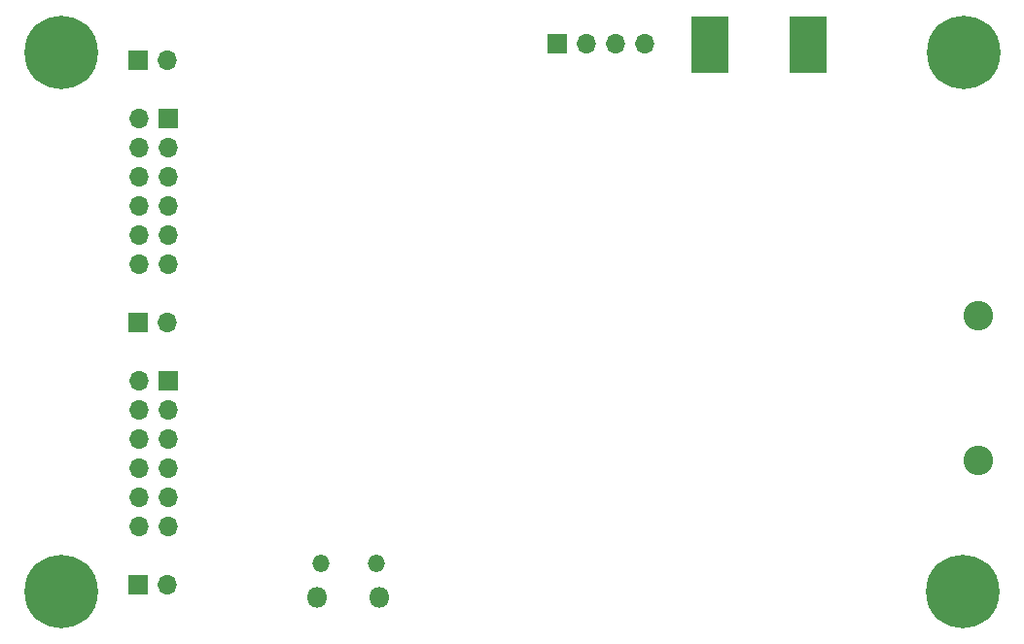
<source format=gbr>
%TF.GenerationSoftware,KiCad,Pcbnew,8.0.4*%
%TF.CreationDate,2024-09-14T20:21:27+07:00*%
%TF.ProjectId,FT600_RP2040,46543630-305f-4525-9032-3034302e6b69,rev?*%
%TF.SameCoordinates,PX7735940PY61c06a0*%
%TF.FileFunction,Soldermask,Bot*%
%TF.FilePolarity,Negative*%
%FSLAX46Y46*%
G04 Gerber Fmt 4.6, Leading zero omitted, Abs format (unit mm)*
G04 Created by KiCad (PCBNEW 8.0.4) date 2024-09-14 20:21:27*
%MOMM*%
%LPD*%
G01*
G04 APERTURE LIST*
%ADD10C,2.580000*%
%ADD11C,0.800000*%
%ADD12C,6.400000*%
%ADD13O,1.800000X1.800000*%
%ADD14O,1.500000X1.500000*%
%ADD15R,1.700000X1.700000*%
%ADD16O,1.700000X1.700000*%
%ADD17R,3.200000X4.900000*%
G04 APERTURE END LIST*
D10*
%TO.C,J8*%
X83350000Y14950000D03*
X83350000Y27550000D03*
%TD*%
D11*
%TO.C,REF\u002A\u002A*%
X1100000Y3500000D03*
X1802944Y5197056D03*
X1802944Y1802944D03*
X3500000Y5900000D03*
D12*
X3500000Y3500000D03*
D11*
X3500000Y1100000D03*
X5197056Y5197056D03*
X5197056Y1802944D03*
X5900000Y3500000D03*
%TD*%
D13*
%TO.C,U1*%
X31225000Y3000000D03*
D14*
X30925000Y6030000D03*
X26075000Y6030000D03*
D13*
X25775000Y3000000D03*
%TD*%
D15*
%TO.C,J4*%
X10225000Y49830000D03*
D16*
X12765000Y49830000D03*
%TD*%
D15*
%TO.C,J3*%
X12790000Y21920000D03*
D16*
X10250000Y21920000D03*
X12790000Y19380000D03*
X10250000Y19380000D03*
X12790000Y16840000D03*
X10250000Y16840000D03*
X12790000Y14300000D03*
X10250000Y14300000D03*
X12790000Y11760000D03*
X10250000Y11760000D03*
X12790000Y9220000D03*
X10250000Y9220000D03*
%TD*%
D11*
%TO.C,REF\u002A\u002A*%
X79652944Y50552944D03*
X80355888Y52250000D03*
X80355888Y48855888D03*
X82052944Y52952944D03*
D12*
X82052944Y50552944D03*
D11*
X82052944Y48152944D03*
X83750000Y52250000D03*
X83750000Y48855888D03*
X84452944Y50552944D03*
%TD*%
D17*
%TO.C,J7*%
X68500000Y51175000D03*
X60000000Y51175000D03*
%TD*%
D11*
%TO.C,REF\u002A\u002A*%
X1100000Y50500000D03*
X1802944Y52197056D03*
X1802944Y48802944D03*
X3500000Y52900000D03*
D12*
X3500000Y50500000D03*
D11*
X3500000Y48100000D03*
X5197056Y52197056D03*
X5197056Y48802944D03*
X5900000Y50500000D03*
%TD*%
%TO.C,REF\u002A\u002A*%
X79600000Y3500000D03*
X80302944Y5197056D03*
X80302944Y1802944D03*
X82000000Y5900000D03*
D12*
X82000000Y3500000D03*
D11*
X82000000Y1100000D03*
X83697056Y5197056D03*
X83697056Y1802944D03*
X84400000Y3500000D03*
%TD*%
D15*
%TO.C,J5*%
X12790000Y44780000D03*
D16*
X10250000Y44780000D03*
X12790000Y42240000D03*
X10250000Y42240000D03*
X12790000Y39700000D03*
X10250000Y39700000D03*
X12790000Y37160000D03*
X10250000Y37160000D03*
X12790000Y34620000D03*
X10250000Y34620000D03*
X12790000Y32080000D03*
X10250000Y32080000D03*
%TD*%
D15*
%TO.C,J6*%
X10225000Y4170000D03*
D16*
X12765000Y4170000D03*
%TD*%
D15*
%TO.C,J1*%
X46700000Y51250000D03*
D16*
X49240000Y51250000D03*
X51780000Y51250000D03*
X54320000Y51250000D03*
%TD*%
D15*
%TO.C,J2*%
X10225000Y27000000D03*
D16*
X12765000Y27000000D03*
%TD*%
M02*

</source>
